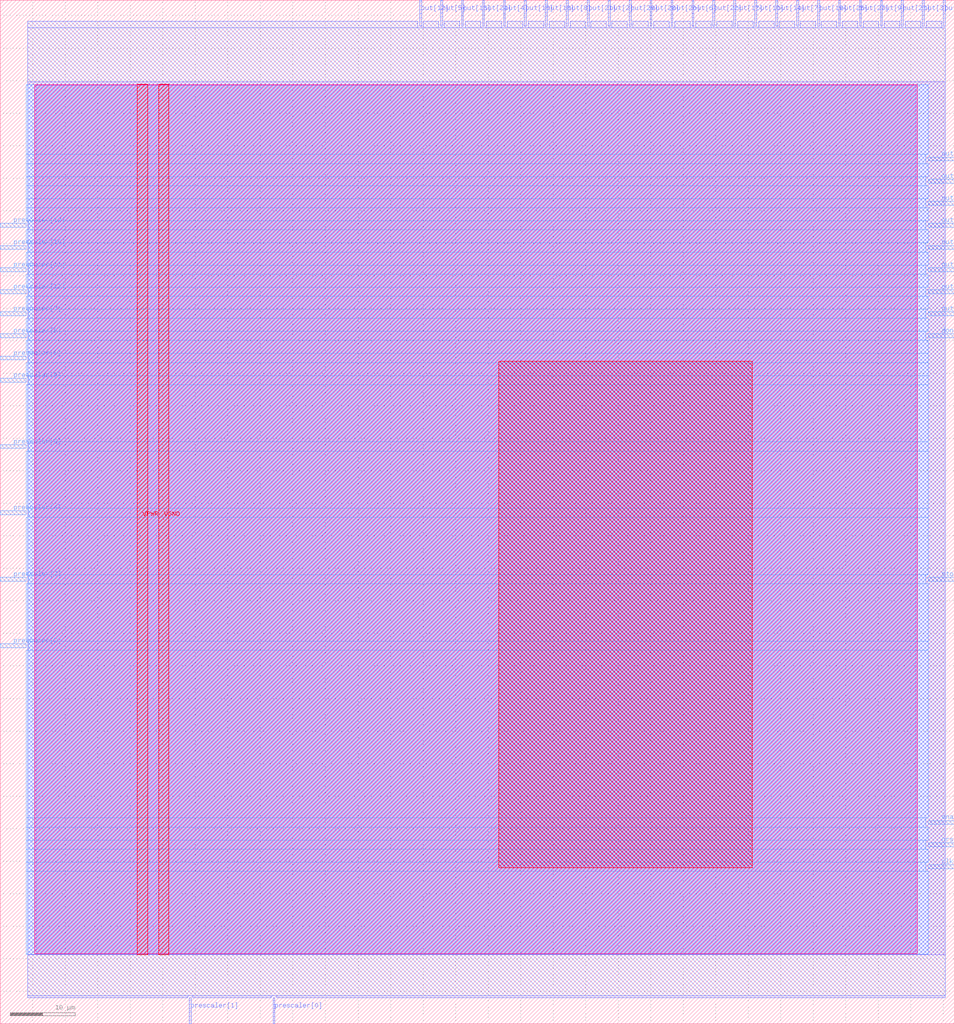
<source format=lef>
VERSION 5.7 ;
  NOWIREEXTENSIONATPIN ON ;
  DIVIDERCHAR "/" ;
  BUSBITCHARS "[]" ;
MACRO sample_proj
  CLASS BLOCK ;
  FOREIGN sample_proj ;
  ORIGIN 0.000 0.000 ;
  SIZE 146.660 BY 157.380 ;
  PIN VGND
    DIRECTION INOUT ;
    USE GROUND ;
    PORT
      LAYER met4 ;
        RECT 24.340 10.640 25.940 144.400 ;
    END
  END VGND
  PIN VPWR
    DIRECTION INOUT ;
    USE POWER ;
    PORT
      LAYER met4 ;
        RECT 21.040 10.640 22.640 144.400 ;
    END
  END VPWR
  PIN clk
    DIRECTION INPUT ;
    USE SIGNAL ;
    ANTENNAGATEAREA 0.852000 ;
    PORT
      LAYER met3 ;
        RECT 142.660 23.840 146.660 24.440 ;
    END
  END clk
  PIN done
    DIRECTION OUTPUT ;
    USE SIGNAL ;
    ANTENNADIFFAREA 0.445500 ;
    PORT
      LAYER met3 ;
        RECT 142.660 105.440 146.660 106.040 ;
    END
  END done
  PIN enable
    DIRECTION INPUT ;
    USE SIGNAL ;
    ANTENNAGATEAREA 0.196500 ;
    PORT
      LAYER met3 ;
        RECT 142.660 30.640 146.660 31.240 ;
    END
  END enable
  PIN nrst
    DIRECTION INPUT ;
    USE SIGNAL ;
    ANTENNAGATEAREA 0.196500 ;
    PORT
      LAYER met3 ;
        RECT 142.660 27.240 146.660 27.840 ;
    END
  END nrst
  PIN out[0]
    DIRECTION OUTPUT ;
    USE SIGNAL ;
    ANTENNADIFFAREA 0.445500 ;
    PORT
      LAYER met3 ;
        RECT 142.660 108.840 146.660 109.440 ;
    END
  END out[0]
  PIN out[10]
    DIRECTION OUTPUT ;
    USE SIGNAL ;
    ANTENNADIFFAREA 0.795200 ;
    PORT
      LAYER met2 ;
        RECT 116.010 153.380 116.290 157.380 ;
    END
  END out[10]
  PIN out[11]
    DIRECTION OUTPUT ;
    USE SIGNAL ;
    ANTENNADIFFAREA 0.795200 ;
    PORT
      LAYER met2 ;
        RECT 144.990 153.380 145.270 157.380 ;
    END
  END out[11]
  PIN out[12]
    DIRECTION OUTPUT ;
    USE SIGNAL ;
    ANTENNADIFFAREA 0.795200 ;
    PORT
      LAYER met2 ;
        RECT 64.490 153.380 64.770 157.380 ;
    END
  END out[12]
  PIN out[13]
    DIRECTION OUTPUT ;
    USE SIGNAL ;
    ANTENNADIFFAREA 0.795200 ;
    PORT
      LAYER met2 ;
        RECT 70.930 153.380 71.210 157.380 ;
    END
  END out[13]
  PIN out[14]
    DIRECTION OUTPUT ;
    USE SIGNAL ;
    ANTENNADIFFAREA 0.795200 ;
    PORT
      LAYER met2 ;
        RECT 119.230 153.380 119.510 157.380 ;
    END
  END out[14]
  PIN out[15]
    DIRECTION OUTPUT ;
    USE SIGNAL ;
    ANTENNADIFFAREA 0.795200 ;
    PORT
      LAYER met2 ;
        RECT 80.590 153.380 80.870 157.380 ;
    END
  END out[15]
  PIN out[16]
    DIRECTION OUTPUT ;
    USE SIGNAL ;
    ANTENNADIFFAREA 0.445500 ;
    PORT
      LAYER met3 ;
        RECT 142.660 119.040 146.660 119.640 ;
    END
  END out[16]
  PIN out[17]
    DIRECTION OUTPUT ;
    USE SIGNAL ;
    ANTENNADIFFAREA 0.795200 ;
    PORT
      LAYER met2 ;
        RECT 112.790 153.380 113.070 157.380 ;
    END
  END out[17]
  PIN out[18]
    DIRECTION OUTPUT ;
    USE SIGNAL ;
    ANTENNADIFFAREA 0.795200 ;
    PORT
      LAYER met2 ;
        RECT 83.810 153.380 84.090 157.380 ;
    END
  END out[18]
  PIN out[19]
    DIRECTION OUTPUT ;
    USE SIGNAL ;
    ANTENNADIFFAREA 0.795200 ;
    PORT
      LAYER met2 ;
        RECT 125.670 153.380 125.950 157.380 ;
    END
  END out[19]
  PIN out[1]
    DIRECTION OUTPUT ;
    USE SIGNAL ;
    ANTENNADIFFAREA 0.445500 ;
    PORT
      LAYER met3 ;
        RECT 142.660 125.840 146.660 126.440 ;
    END
  END out[1]
  PIN out[20]
    DIRECTION OUTPUT ;
    USE SIGNAL ;
    ANTENNADIFFAREA 0.795200 ;
    PORT
      LAYER met2 ;
        RECT 103.130 153.380 103.410 157.380 ;
    END
  END out[20]
  PIN out[21]
    DIRECTION OUTPUT ;
    USE SIGNAL ;
    ANTENNADIFFAREA 0.795200 ;
    PORT
      LAYER met2 ;
        RECT 90.250 153.380 90.530 157.380 ;
    END
  END out[21]
  PIN out[22]
    DIRECTION OUTPUT ;
    USE SIGNAL ;
    ANTENNADIFFAREA 0.795200 ;
    PORT
      LAYER met2 ;
        RECT 109.570 153.380 109.850 157.380 ;
    END
  END out[22]
  PIN out[23]
    DIRECTION OUTPUT ;
    USE SIGNAL ;
    ANTENNADIFFAREA 0.795200 ;
    PORT
      LAYER met2 ;
        RECT 138.550 153.380 138.830 157.380 ;
    END
  END out[23]
  PIN out[24]
    DIRECTION OUTPUT ;
    USE SIGNAL ;
    ANTENNADIFFAREA 0.795200 ;
    PORT
      LAYER met2 ;
        RECT 74.150 153.380 74.430 157.380 ;
    END
  END out[24]
  PIN out[25]
    DIRECTION OUTPUT ;
    USE SIGNAL ;
    ANTENNADIFFAREA 0.795200 ;
    PORT
      LAYER met2 ;
        RECT 128.890 153.380 129.170 157.380 ;
    END
  END out[25]
  PIN out[26]
    DIRECTION OUTPUT ;
    USE SIGNAL ;
    ANTENNADIFFAREA 0.445500 ;
    PORT
      LAYER met3 ;
        RECT 142.660 132.640 146.660 133.240 ;
    END
  END out[26]
  PIN out[27]
    DIRECTION OUTPUT ;
    USE SIGNAL ;
    ANTENNADIFFAREA 0.795200 ;
    PORT
      LAYER met2 ;
        RECT 132.110 153.380 132.390 157.380 ;
    END
  END out[27]
  PIN out[28]
    DIRECTION OUTPUT ;
    USE SIGNAL ;
    ANTENNADIFFAREA 0.795200 ;
    PORT
      LAYER met2 ;
        RECT 99.910 153.380 100.190 157.380 ;
    END
  END out[28]
  PIN out[29]
    DIRECTION OUTPUT ;
    USE SIGNAL ;
    ANTENNADIFFAREA 0.795200 ;
    PORT
      LAYER met2 ;
        RECT 96.690 153.380 96.970 157.380 ;
    END
  END out[29]
  PIN out[2]
    DIRECTION OUTPUT ;
    USE SIGNAL ;
    ANTENNADIFFAREA 0.795200 ;
    PORT
      LAYER met2 ;
        RECT 93.470 153.380 93.750 157.380 ;
    END
  END out[2]
  PIN out[30]
    DIRECTION OUTPUT ;
    USE SIGNAL ;
    ANTENNADIFFAREA 0.445500 ;
    PORT
      LAYER met3 ;
        RECT 142.660 129.240 146.660 129.840 ;
    END
  END out[30]
  PIN out[31]
    DIRECTION OUTPUT ;
    USE SIGNAL ;
    ANTENNADIFFAREA 0.445500 ;
    PORT
      LAYER met3 ;
        RECT 142.660 122.440 146.660 123.040 ;
    END
  END out[31]
  PIN out[32]
    DIRECTION OUTPUT ;
    USE SIGNAL ;
    ANTENNADIFFAREA 0.445500 ;
    PORT
      LAYER met3 ;
        RECT 142.660 112.240 146.660 112.840 ;
    END
  END out[32]
  PIN out[33]
    DIRECTION OUTPUT ;
    USE SIGNAL ;
    ANTENNADIFFAREA 0.445500 ;
    PORT
      LAYER met3 ;
        RECT 142.660 115.640 146.660 116.240 ;
    END
  END out[33]
  PIN out[3]
    DIRECTION OUTPUT ;
    USE SIGNAL ;
    ANTENNADIFFAREA 0.795200 ;
    PORT
      LAYER met2 ;
        RECT 141.770 153.380 142.050 157.380 ;
    END
  END out[3]
  PIN out[4]
    DIRECTION OUTPUT ;
    USE SIGNAL ;
    ANTENNADIFFAREA 0.795200 ;
    PORT
      LAYER met2 ;
        RECT 77.370 153.380 77.650 157.380 ;
    END
  END out[4]
  PIN out[5]
    DIRECTION OUTPUT ;
    USE SIGNAL ;
    ANTENNADIFFAREA 0.795200 ;
    PORT
      LAYER met2 ;
        RECT 67.710 153.380 67.990 157.380 ;
    END
  END out[5]
  PIN out[6]
    DIRECTION OUTPUT ;
    USE SIGNAL ;
    ANTENNADIFFAREA 0.795200 ;
    PORT
      LAYER met2 ;
        RECT 106.350 153.380 106.630 157.380 ;
    END
  END out[6]
  PIN out[7]
    DIRECTION OUTPUT ;
    USE SIGNAL ;
    ANTENNADIFFAREA 0.795200 ;
    PORT
      LAYER met2 ;
        RECT 122.450 153.380 122.730 157.380 ;
    END
  END out[7]
  PIN out[8]
    DIRECTION OUTPUT ;
    USE SIGNAL ;
    ANTENNADIFFAREA 0.795200 ;
    PORT
      LAYER met2 ;
        RECT 87.030 153.380 87.310 157.380 ;
    END
  END out[8]
  PIN out[9]
    DIRECTION OUTPUT ;
    USE SIGNAL ;
    ANTENNADIFFAREA 0.795200 ;
    PORT
      LAYER met2 ;
        RECT 135.330 153.380 135.610 157.380 ;
    END
  END out[9]
  PIN prescaler[0]
    DIRECTION INPUT ;
    USE SIGNAL ;
    ANTENNAGATEAREA 0.159000 ;
    PORT
      LAYER met2 ;
        RECT 41.950 0.000 42.230 4.000 ;
    END
  END prescaler[0]
  PIN prescaler[10]
    DIRECTION INPUT ;
    USE SIGNAL ;
    ANTENNAGATEAREA 0.213000 ;
    PORT
      LAYER met3 ;
        RECT 0.000 119.040 4.000 119.640 ;
    END
  END prescaler[10]
  PIN prescaler[11]
    DIRECTION INPUT ;
    USE SIGNAL ;
    ANTENNAGATEAREA 0.213000 ;
    PORT
      LAYER met3 ;
        RECT 0.000 115.640 4.000 116.240 ;
    END
  END prescaler[11]
  PIN prescaler[12]
    DIRECTION INPUT ;
    USE SIGNAL ;
    ANTENNAGATEAREA 0.196500 ;
    PORT
      LAYER met3 ;
        RECT 0.000 122.440 4.000 123.040 ;
    END
  END prescaler[12]
  PIN prescaler[13]
    DIRECTION INPUT ;
    USE SIGNAL ;
    ANTENNAGATEAREA 0.196500 ;
    PORT
      LAYER met3 ;
        RECT 0.000 112.240 4.000 112.840 ;
    END
  END prescaler[13]
  PIN prescaler[1]
    DIRECTION INPUT ;
    USE SIGNAL ;
    ANTENNAGATEAREA 0.196500 ;
    PORT
      LAYER met2 ;
        RECT 29.070 0.000 29.350 4.000 ;
    END
  END prescaler[1]
  PIN prescaler[2]
    DIRECTION INPUT ;
    USE SIGNAL ;
    ANTENNAGATEAREA 0.247500 ;
    PORT
      LAYER met3 ;
        RECT 0.000 57.840 4.000 58.440 ;
    END
  END prescaler[2]
  PIN prescaler[3]
    DIRECTION INPUT ;
    USE SIGNAL ;
    ANTENNAGATEAREA 0.426000 ;
    PORT
      LAYER met3 ;
        RECT 0.000 68.040 4.000 68.640 ;
    END
  END prescaler[3]
  PIN prescaler[4]
    DIRECTION INPUT ;
    USE SIGNAL ;
    ANTENNAGATEAREA 0.247500 ;
    PORT
      LAYER met3 ;
        RECT 0.000 78.240 4.000 78.840 ;
    END
  END prescaler[4]
  PIN prescaler[5]
    DIRECTION INPUT ;
    USE SIGNAL ;
    ANTENNAGATEAREA 0.213000 ;
    PORT
      LAYER met3 ;
        RECT 0.000 88.440 4.000 89.040 ;
    END
  END prescaler[5]
  PIN prescaler[6]
    DIRECTION INPUT ;
    USE SIGNAL ;
    ANTENNAGATEAREA 0.426000 ;
    PORT
      LAYER met3 ;
        RECT 0.000 102.040 4.000 102.640 ;
    END
  END prescaler[6]
  PIN prescaler[7]
    DIRECTION INPUT ;
    USE SIGNAL ;
    ANTENNAGATEAREA 0.247500 ;
    PORT
      LAYER met3 ;
        RECT 0.000 108.840 4.000 109.440 ;
    END
  END prescaler[7]
  PIN prescaler[8]
    DIRECTION INPUT ;
    USE SIGNAL ;
    ANTENNAGATEAREA 0.213000 ;
    PORT
      LAYER met3 ;
        RECT 0.000 105.440 4.000 106.040 ;
    END
  END prescaler[8]
  PIN prescaler[9]
    DIRECTION INPUT ;
    USE SIGNAL ;
    ANTENNAGATEAREA 0.196500 ;
    PORT
      LAYER met3 ;
        RECT 0.000 98.640 4.000 99.240 ;
    END
  END prescaler[9]
  PIN stop
    DIRECTION INPUT ;
    USE SIGNAL ;
    ANTENNAGATEAREA 0.159000 ;
    PORT
      LAYER met3 ;
        RECT 142.660 68.040 146.660 68.640 ;
    END
  END stop
  OBS
      LAYER nwell ;
        RECT 5.330 10.795 140.950 144.350 ;
      LAYER li1 ;
        RECT 5.520 10.795 140.760 144.245 ;
      LAYER met1 ;
        RECT 4.210 10.640 145.290 144.800 ;
      LAYER met2 ;
        RECT 4.230 153.100 64.210 154.090 ;
        RECT 65.050 153.100 67.430 154.090 ;
        RECT 68.270 153.100 70.650 154.090 ;
        RECT 71.490 153.100 73.870 154.090 ;
        RECT 74.710 153.100 77.090 154.090 ;
        RECT 77.930 153.100 80.310 154.090 ;
        RECT 81.150 153.100 83.530 154.090 ;
        RECT 84.370 153.100 86.750 154.090 ;
        RECT 87.590 153.100 89.970 154.090 ;
        RECT 90.810 153.100 93.190 154.090 ;
        RECT 94.030 153.100 96.410 154.090 ;
        RECT 97.250 153.100 99.630 154.090 ;
        RECT 100.470 153.100 102.850 154.090 ;
        RECT 103.690 153.100 106.070 154.090 ;
        RECT 106.910 153.100 109.290 154.090 ;
        RECT 110.130 153.100 112.510 154.090 ;
        RECT 113.350 153.100 115.730 154.090 ;
        RECT 116.570 153.100 118.950 154.090 ;
        RECT 119.790 153.100 122.170 154.090 ;
        RECT 123.010 153.100 125.390 154.090 ;
        RECT 126.230 153.100 128.610 154.090 ;
        RECT 129.450 153.100 131.830 154.090 ;
        RECT 132.670 153.100 135.050 154.090 ;
        RECT 135.890 153.100 138.270 154.090 ;
        RECT 139.110 153.100 141.490 154.090 ;
        RECT 142.330 153.100 144.710 154.090 ;
        RECT 4.230 4.280 145.260 153.100 ;
        RECT 4.230 4.000 28.790 4.280 ;
        RECT 29.630 4.000 41.670 4.280 ;
        RECT 42.510 4.000 145.260 4.280 ;
      LAYER met3 ;
        RECT 3.990 133.640 142.660 144.325 ;
        RECT 3.990 132.240 142.260 133.640 ;
        RECT 3.990 130.240 142.660 132.240 ;
        RECT 3.990 128.840 142.260 130.240 ;
        RECT 3.990 126.840 142.660 128.840 ;
        RECT 3.990 125.440 142.260 126.840 ;
        RECT 3.990 123.440 142.660 125.440 ;
        RECT 4.400 122.040 142.260 123.440 ;
        RECT 3.990 120.040 142.660 122.040 ;
        RECT 4.400 118.640 142.260 120.040 ;
        RECT 3.990 116.640 142.660 118.640 ;
        RECT 4.400 115.240 142.260 116.640 ;
        RECT 3.990 113.240 142.660 115.240 ;
        RECT 4.400 111.840 142.260 113.240 ;
        RECT 3.990 109.840 142.660 111.840 ;
        RECT 4.400 108.440 142.260 109.840 ;
        RECT 3.990 106.440 142.660 108.440 ;
        RECT 4.400 105.040 142.260 106.440 ;
        RECT 3.990 103.040 142.660 105.040 ;
        RECT 4.400 101.640 142.660 103.040 ;
        RECT 3.990 99.640 142.660 101.640 ;
        RECT 4.400 98.240 142.660 99.640 ;
        RECT 3.990 89.440 142.660 98.240 ;
        RECT 4.400 88.040 142.660 89.440 ;
        RECT 3.990 79.240 142.660 88.040 ;
        RECT 4.400 77.840 142.660 79.240 ;
        RECT 3.990 69.040 142.660 77.840 ;
        RECT 4.400 67.640 142.260 69.040 ;
        RECT 3.990 58.840 142.660 67.640 ;
        RECT 4.400 57.440 142.660 58.840 ;
        RECT 3.990 31.640 142.660 57.440 ;
        RECT 3.990 30.240 142.260 31.640 ;
        RECT 3.990 28.240 142.660 30.240 ;
        RECT 3.990 26.840 142.260 28.240 ;
        RECT 3.990 24.840 142.660 26.840 ;
        RECT 3.990 23.440 142.260 24.840 ;
        RECT 3.990 10.715 142.660 23.440 ;
      LAYER met4 ;
        RECT 76.655 23.975 115.625 101.825 ;
  END
END sample_proj
END LIBRARY


</source>
